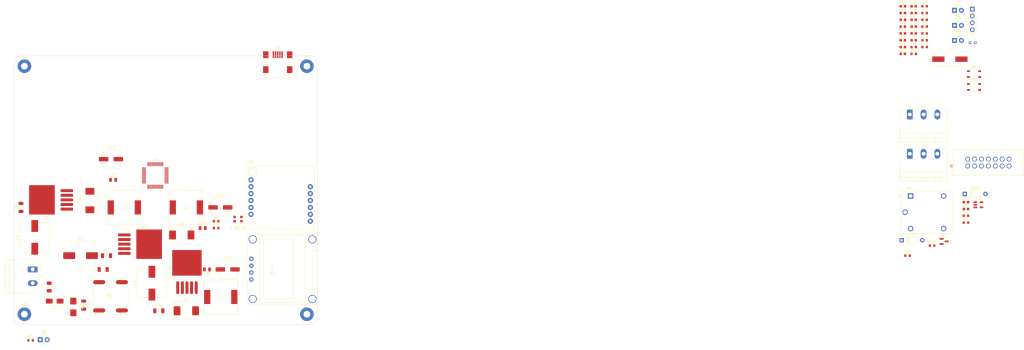
<source format=kicad_pcb>
(kicad_pcb (version 20221018) (generator pcbnew)
  (title_block (title "2023 Staj Projesi") (date "2023-07-31") (rev "1.0") (company "Hidro Elektronik") (comment 1 "Mehmet Emre SAYGI(2019513057@ogr.cu.edu.tr)") (comment 2 "Yilmaz Can DURAN(duranyilmazcan@gmail.com)") (comment 3 "Asli VEZIR(vezirasli@gmail.com)"))
  (layers (0 "F.Cu" signal) (31 "B.Cu" signal) (34 "B.Paste" user) (35 "F.Paste" user) (36 "B.SilkS" user "B.Silkscreen") (37 "F.SilkS" user "F.Silkscreen") (38 "B.Mask" user) (39 "F.Mask" user) (44 "Edge.Cuts" user))
  (net 0 "")
  (net 1 "GND")
  (net 2 "+5V")
  (net 3 "/LCD/SCL")
  (net 4 "/LCD/SDA")
  (net 5 "Net-(D1-K)")
  (net 6 "/Power/+12V")
  (net 7 "Net-(D4-A)")
  (net 8 "Net-(D5-A)")
  (net 9 "Net-(D6-A)")
  (net 10 "+3V8")
  (net 11 "+3V3")
  (net 12 "Net-(U2-FB)")
  (net 13 "/MCU/RCC_OSC_IN")
  (net 14 "/MCU/RCC_OSC_OUT")
  (net 15 "+3.3VA")
  (net 16 "/MCU/NRST")
  (net 17 "/MCU/BTN_ACT")
  (net 18 "Net-(C25-Pad2)")
  (net 19 "/MCU/VBAT")
  (net 20 "/MCU/BTN_DEACT")
  (net 21 "Net-(C27-Pad2)")
  (net 22 "/ADC/SENSOR")
  (net 23 "Net-(D1-A)")
  (net 24 "Net-(D3-K)")
  (net 25 "Net-(D4-K)")
  (net 26 "Net-(D5-K)")
  (net 27 "Net-(D6-K)")
  (net 28 "Net-(D7-K)")
  (net 29 "/MCU/LED_ACT")
  (net 30 "Net-(D8-K)")
  (net 31 "/MCU/LED_DEACT")
  (net 32 "Net-(D9-K)")
  (net 33 "/MCU/LED_ERR")
  (net 34 "Net-(D11-A)")
  (net 35 "/Power/VCC")
  (net 36 "/RELAY/RLNO")
  (net 37 "/RELAY/RLIN")
  (net 38 "/RELAY/RLNC")
  (net 39 "/MCU/SWDIO")
  (net 40 "/MCU/SWCLK")
  (net 42 "/MCU/USB_D-")
  (net 43 "/MCU/USB_D+")
  (net 45 "Net-(Q1-B)")
  (net 46 "/MCU/BOOT")
  (net 47 "Net-(R13-Pad2)")
  (net 48 "/MCU/RELAY")
  (net 50 "/MCU/RCC_OSC32_IN")
  (net 51 "/MCU/RCC_OSC32_OUT")
  (net 52 "/ADC/ADC")
  (net 53 "/MCU/PA1")
  (net 54 "/MCU/USART2_TX")
  (net 55 "/MCU/USART2_RX")
  (net 56 "/MCU/PA4")
  (net 57 "/MCU/SPI1_SCK")
  (net 58 "/MCU/SPI1_MISO")
  (net 59 "/MCU/SPI1_MOSI")
  (net 61 "/MCU/I2C2_SCL")
  (net 62 "/MCU/I2C2_SDA")
  (net 65 "/GSM/RXD")
  (net 66 "/GSM/TXD")
  (footprint "Capacitor_SMD:C_0603_1608Metric" (layer "F.Cu") (at 414.41 94.5875)
    (fp_text reference "C30" (at 0 -1.43) (layer "F.SilkS"))
    (fp_text value "10nF")
    (pad "1" smd roundrect (at -0.775 0) (size 0.9 0.95) (layers "F.Cu" "F.Paste" "F.Mask") (net 22 "/ADC/SENSOR"))
    (pad "2" smd roundrect (at 0.775 0) (size 0.9 0.95) (layers "F.Cu" "F.Paste" "F.Mask") (net 1 "GND"))
  )
  (footprint "Connector_PinHeader_2.54mm:PinHeader_1x04_P2.54mm_Vertical" (layer "F.Cu") (at 416.74 23.4175)
    (fp_text reference "J4" (at 0 -2.33) (layer "F.SilkS"))
    (fp_text value "SW")
    (pad "1" thru_hole rect (at 0 0) (size 1.7 1.7) (drill 1) (layers "*.Cu" "*.Mask") (net 11 "+3V3"))
    (pad "2" thru_hole oval (at 0 2.54) (size 1.7 1.7) (drill 1) (layers "*.Cu" "*.Mask") (net 1 "GND"))
    (pad "3" thru_hole oval (at 0 5.08) (size 1.7 1.7) (drill 1) (layers "*.Cu" "*.Mask") (net 39 "/MCU/SWDIO"))
    (pad "4" thru_hole oval (at 0 7.62) (size 1.7 1.7) (drill 1) (layers "*.Cu" "*.Mask") (net 40 "/MCU/SWCLK"))
  )
  (footprint "Package_TO_SOT_SMD:TO-263-5_TabPin3" (layer "F.Cu") (at 127.235 118.455 90)
    (fp_text reference "U1" (at 0 -6.65 90) (layer "F.SilkS"))
    (fp_text value "LM2596S-5")
    (pad "1" smd roundrect (at -7.65 -3.4 90) (size 4.6 1.1) (layers "F.Cu" "F.Paste" "F.Mask") (roundrect_rratio 0.227273) (net 6 "/Power/+12V"))
    (pad "2" smd roundrect (at -7.65 -1.7 90) (size 4.6 1.1) (layers "F.Cu" "F.Paste" "F.Mask") (roundrect_rratio 0.227273) (net 25 "Net-(D4-K)"))
    (pad "3" smd roundrect (at -7.65 0 90) (size 4.6 1.1) (layers "F.Cu" "F.Paste" "F.Mask") (roundrect_rratio 0.227273) (net 7 "Net-(D4-A)"))
    (pad "3" smd roundrect (at -0.925 -2.775 90) (size 4.55 5.25) (layers "F.Cu" "F.Paste") (roundrect_rratio 0.054945) (net 7 "Net-(D4-A)"))
    (pad "3" smd roundrect (at -0.925 2.775 90) (size 4.55 5.25) (layers "F.Cu" "F.Paste") (roundrect_rratio 0.054945) (net 7 "Net-(D4-A)"))
    (pad "3" smd roundrect (at 1.5 0 90) (size 9.4 10.8) (layers "F.Cu" "F.Mask") (roundrect_rratio 0.026596) (net 7 "Net-(D4-A)"))
    (pad "3" smd roundrect (at 3.925 -2.775 90) (size 4.55 5.25) (layers "F.Cu" "F.Paste") (roundrect_rratio 0.054945) (net 7 "Net-(D4-A)"))
    (pad "3" smd roundrect (at 3.925 2.775 90) (size 4.55 5.25) (layers "F.Cu" "F.Paste") (roundrect_rratio 0.054945) (net 7 "Net-(D4-A)"))
    (pad "4" smd roundrect (at -7.65 1.7 90) (size 4.6 1.1) (layers "F.Cu" "F.Paste" "F.Mask") (roundrect_rratio 0.227273) (net 2 "+5V"))
    (pad "5" smd roundrect (at -7.65 3.4 90) (size 4.6 1.1) (layers "F.Cu" "F.Paste" "F.Mask") (roundrect_rratio 0.227273) (net 7 "Net-(D4-A)"))
  )
  (footprint "Capacitor_SMD:C_1206_3216Metric" (layer "F.Cu") (at 97.585 114.3)
    (fp_text reference "C7" (at 0 -1.85) (layer "F.SilkS"))
    (fp_text value "470nF/100V")
    (pad "1" smd roundrect (at -1.475 0) (size 1.15 1.8) (layers "F.Cu" "F.Paste" "F.Mask") (roundrect_rratio 0.217391) (net 6 "/Power/+12V"))
    (pad "2" smd roundrect (at 1.475 0) (size 1.15 1.8) (layers "F.Cu" "F.Paste" "F.Mask") (roundrect_rratio 0.217391) (net 8 "Net-(D5-A)"))
  )
  (footprint "Capacitor_SMD:CP_Elec_6.3x7.7" (layer "F.Cu") (at 142.24 119.38)
    (fp_text reference "C12" (at 0 -4.35) (layer "F.SilkS"))
    (fp_text value "100uF/20V")
    (pad "1" smd roundrect (at -2.7 0) (size 3.5 1.6) (layers "F.Cu" "F.Paste" "F.Mask") (roundrect_rratio 0.15625) (net 2 "+5V"))
    (pad "2" smd roundrect (at 2.7 0) (size 3.5 1.6) (layers "F.Cu" "F.Paste" "F.Mask") (roundrect_rratio 0.15625) (net 7 "Net-(D4-A)"))
  )
  (footprint "Capacitor_SMD:C_0603_1608Metric" (layer "F.Cu") (at 391.14 39.9175)
    (fp_text reference "C22" (at 0 -1.43) (layer "F.SilkS"))
    (fp_text value "100nF")
    (pad "1" smd roundrect (at -0.775 0) (size 0.9 0.95) (layers "F.Cu" "F.Paste" "F.Mask") (net 11 "+3V3"))
    (pad "2" smd roundrect (at 0.775 0) (size 0.9 0.95) (layers "F.Cu" "F.Paste" "F.Mask") (net 1 "GND"))
  )
  (footprint "Resistor_SMD:R_0603_1608Metric" (layer "F.Cu") (at 399.16 22.3475)
    (fp_text reference "R6" (at 0 -1.43) (layer "F.SilkS"))
    (fp_text value "4K7")
    (pad "1" smd roundrect (at -0.825 0) (size 0.8 0.95) (layers "F.Cu" "F.Paste" "F.Mask") (net 11 "+3V3"))
    (pad "2" smd roundrect (at 0.825 0) (size 0.8 0.95) (layers "F.Cu" "F.Paste" "F.Mask") (net 17 "/MCU/BTN_ACT"))
  )
  (footprint "Capacitor_SMD:C_0603_1608Metric" (layer "F.Cu") (at 391.14 34.8975)
    (fp_text reference "C20" (at 0 -1.43) (layer "F.SilkS"))
    (fp_text value "1uF")
    (pad "1" smd roundrect (at -0.775 0) (size 0.9 0.95) (layers "F.Cu" "F.Paste" "F.Mask") (net 15 "+3.3VA"))
    (pad "2" smd roundrect (at 0.775 0) (size 0.9 0.95) (layers "F.Cu" "F.Paste" "F.Mask") (net 1 "GND"))
  )
  (footprint "Diode_SMD:D_SMB" (layer "F.Cu") (at 85.344 133.214 -90)
    (fp_text reference "D2" (at 0 -3 90) (layer "F.SilkS"))
    (fp_text value "SMBJ28A")
    (pad "1" smd roundrect (at -2.15 0 270) (size 2.5 2.3) (layers "F.Cu" "F.Paste" "F.Mask") (roundrect_rratio 0.1086956522) (net 5 "Net-(D1-K)"))
    (pad "2" smd roundrect (at 2.15 0 270) (size 2.5 2.3) (layers "F.Cu" "F.Paste" "F.Mask") (roundrect_rratio 0.1086956522) (net 1 "GND"))
  )
  (footprint "Capacitor_SMD:C_0603_1608Metric" (layer "F.Cu") (at 391.14 37.4075)
    (fp_text reference "C21" (at 0 -1.43) (layer "F.SilkS"))
    (fp_text value "100nF")
    (pad "1" smd roundrect (at -0.775 0) (size 0.9 0.95) (layers "F.Cu" "F.Paste" "F.Mask") (net 16 "/MCU/NRST"))
    (pad "2" smd roundrect (at 0.775 0) (size 0.9 0.95) (layers "F.Cu" "F.Paste" "F.Mask") (net 1 "GND"))
  )
  (footprint "Capacitor_SMD:C_1206_3216Metric" (layer "F.Cu") (at 96.345 119.38)
    (fp_text reference "C2" (at 0 -1.85) (layer "F.SilkS"))
    (fp_text value "CL31B104KBCNFNC")
    (pad "1" smd roundrect (at -1.475 0) (size 1.15 1.8) (layers "F.Cu" "F.Paste" "F.Mask") (roundrect_rratio 0.217391) (net 6 "/Power/+12V"))
    (pad "2" smd roundrect (at 1.475 0) (size 1.15 1.8) (layers "F.Cu" "F.Paste" "F.Mask") (roundrect_rratio 0.217391) (net 1 "GND"))
  )
  (footprint "Fuse:Fuse_1206_3216Metric" (layer "F.Cu") (at 76.454 125.86 -90)
    (fp_text reference "F1" (at 0 -1.82 90) (layer "F.SilkS"))
    (fp_text value "Fuse")
    (pad "1" smd roundrect (at -1.4 0 270) (size 1.25 1.75) (layers "F.Cu" "F.Paste" "F.Mask") (roundrect_rratio 0.2) (net 35 "/Power/VCC"))
    (pad "2" smd roundrect (at 1.4 0 270) (size 1.25 1.75) (layers "F.Cu" "F.Paste" "F.Mask") (roundrect_rratio 0.2) (net 23 "Net-(D1-A)"))
  )
  (footprint "Capacitor_SMD:C_0603_1608Metric" (layer "F.Cu") (at 395.15 29.8775)
    (fp_text reference "C26" (at 0 -1.43) (layer "F.SilkS"))
    (fp_text value "1uF/10V")
    (pad "1" smd roundrect (at -0.775 0) (size 0.9 0.95) (layers "F.Cu" "F.Paste" "F.Mask") (net 19 "/MCU/VBAT"))
    (pad "2" smd roundrect (at 0.775 0) (size 0.9 0.95) (layers "F.Cu" "F.Paste" "F.Mask") (net 1 "GND"))
  )
  (footprint "Resistor_SMD:R_0603_1608Metric" (layer "F.Cu") (at 395.15 37.4075)
    (fp_text reference "R4" (at 0 -1.43) (layer "F.SilkS"))
    (fp_text value "10K")
    (pad "1" smd roundrect (at -0.825 0) (size 0.8 0.95) (layers "F.Cu" "F.Paste" "F.Mask") (net 16 "/MCU/NRST"))
    (pad "2" smd roundrect (at 0.825 0) (size 0.8 0.95) (layers "F.Cu" "F.Paste" "F.Mask") (net 11 "+3V3"))
  )
  (footprint "Capacitor_SMD:C_0603_1608Metric" (layer "F.Cu") (at 391.14 32.3875)
    (fp_text reference "C19" (at 0 -1.43) (layer "F.SilkS"))
    (fp_text value "100nF")
    (pad "1" smd roundrect (at -0.775 0) (size 0.9 0.95) (layers "F.Cu" "F.Paste" "F.Mask") (net 11 "+3V3"))
    (pad "2" smd roundrect (at 0.775 0) (size 0.9 0.95) (layers "F.Cu" "F.Paste" "F.Mask") (net 1 "GND"))
  )
  (footprint "Capacitor_SMD:C_0603_1608Metric" (layer "F.Cu") (at 395.15 24.8575)
    (fp_text reference "C24" (at 0 -1.43) (layer "F.SilkS"))
    (fp_text value "100nF")
    (pad "1" smd roundrect (at -0.775 0) (size 0.9 0.95) (layers "F.Cu" "F.Paste" "F.Mask") (net 11 "+3V3"))
    (pad "2" smd roundrect (at 0.775 0) (size 0.9 0.95) (layers "F.Cu" "F.Paste" "F.Mask") (net 1 "GND"))
  )
  (footprint "Diode_SMD:D_SMC" (layer "F.Cu") (at 127 134.62)
    (fp_text reference "D4" (at 0 -4.1) (layer "F.SilkS"))
    (fp_text value "SK56")
    (pad "1" smd roundrect (at -3.4 0 90) (size 3.3 2.5) (layers "F.Cu" "F.Paste" "F.Mask") (roundrect_rratio 0.1) (net 25 "Net-(D4-K)"))
    (pad "2" smd roundrect (at 3.4 0 90) (size 3.3 2.5) (layers "F.Cu" "F.Paste" "F.Mask") (roundrect_rratio 0.1) (net 7 "Net-(D4-A)"))
  )
  (footprint "LED_THT:LED_D3.0mm" (layer "F.Cu") (at 73.152 145.288)
    (fp_text reference "D3" (at 1.27 -2.96) (layer "F.SilkS"))
    (fp_text value "LED_PWR")
    (pad "1" thru_hole rect (at 0 0) (size 1.8 1.8) (drill 0.9) (layers "*.Cu" "*.Mask") (net 24 "Net-(D3-K)"))
    (pad "2" thru_hole circle (at 2.54 0) (size 1.8 1.8) (drill 0.9) (layers "*.Cu" "*.Mask") (net 6 "/Power/+12V"))
  )
  (footprint "MountingHole:MountingHole_2.5mm_Pad" (layer "F.Cu") (at 171.45 135.89)
    (fp_text reference "H3" (at 0 -3.5) (layer "F.SilkS"))
    (fp_text value "MountingHole")
    (pad "1" thru_hole circle locked (at 0 0) (size 5 5) (drill 2.5) (layers "*.Cu" "*.Mask"))
  )
  (footprint "Resistor_SMD:R_0603_1608Metric" (layer "F.Cu") (at 401.91 110.5975)
    (fp_text reference "R16" (at 0 -1.43) (layer "F.SilkS"))
    (fp_text value "47K")
    (pad "1" smd roundrect (at -0.825 0) (size 0.8 0.95) (layers "F.Cu" "F.Paste" "F.Mask") (net 45 "Net-(Q1-B)"))
    (pad "2" smd roundrect (at 0.825 0) (size 0.8 0.95) (layers "F.Cu" "F.Paste" "F.Mask") (net 1 "GND"))
  )
  (footprint "MountingHole:MountingHole_2.5mm_Pad" (layer "F.Cu") (at 67.31 135.89)
    (fp_text reference "H2" (at 0 -3.5) (layer "F.SilkS"))
    (fp_text value "MountingHole")
    (pad "1" thru_hole circle locked (at 0 0) (size 5 5) (drill 2.5) (layers "*.Cu" "*.Mask"))
  )
  (footprint "Resistor_SMD:R_0603_1608Metric" (layer "F.Cu") (at 414.41 102.1175)
    (fp_text reference "R14" (at 0 -1.43) (layer "F.SilkS"))
    (fp_text value "15R")
    (pad "1" smd roundrect (at -0.825 0) (size 0.8 0.95) (layers "F.Cu" "F.Paste" "F.Mask") (net 47 "Net-(R13-Pad2)"))
    (pad "2" smd roundrect (at 0.825 0) (size 0.8 0.95) (layers "F.Cu" "F.Paste" "F.Mask") (net 1 "GND"))
  )
  (footprint "LED_THT:LED_D3.0mm" (layer "F.Cu") (at 410.19 29.4175)
    (fp_text reference "D8" (at 1.27 -2.96) (layer "F.SilkS"))
    (fp_text value "LED_DEACT")
    (pad "1" thru_hole rect (at 0 0) (size 1.8 1.8) (drill 0.9) (layers "*.Cu" "*.Mask") (net 30 "Net-(D8-K)"))
    (pad "2" thru_hole circle (at 2.54 0) (size 1.8 1.8) (drill 0.9) (layers "*.Cu" "*.Mask") (net 31 "/MCU/LED_DEACT"))
  )
  (footprint "Capacitor_SMD:CP_Elec_6.3x7.7" (layer "F.Cu") (at 99.22 78.74)
    (fp_text reference "C13" (at 0 -4.35) (layer "F.SilkS"))
    (fp_text value "100uF/20V")
    (pad "1" smd roundrect (at -2.7 0) (size 3.5 1.6) (layers "F.Cu" "F.Paste" "F.Mask") (roundrect_rratio 0.15625) (net 11 "+3V3"))
    (pad "2" smd roundrect (at 2.7 0) (size 3.5 1.6) (layers "F.Cu" "F.Paste" "F.Mask") (roundrect_rratio 0.15625) (net 9 "Net-(D6-A)"))
  )
  (footprint "Connector_USB:USB_Mini-B_Wuerth_65100516121_Horizontal" (layer "F.Cu") (at 160.7 42.82)
    (fp_text reference "J5" (at 0 -5.25) (layer "F.SilkS"))
    (fp_text value "USB_B_Mini")
    (pad "" np_thru_hole circle (at -2.2 0) (size 0.9 0.9) (drill 0.9) (layers "*.Cu" "*.Mask"))
    (pad "" np_thru_hole circle (at 2.2 0) (size 0.9 0.9) (drill 0.9) (layers "*.Cu" "*.Mask"))
    (pad "1" smd rect (at -1.6 -2.6) (size 0.5 2.5) (layers "F.Cu" "F.Paste" "F.Mask"))
    (pad "2" smd rect (at -0.8 -2.6) (size 0.5 2.5) (layers "F.Cu" "F.Paste" "F.Mask") (net 42 "/MCU/USB_D-"))
    (pad "3" smd rect (at 0 -2.6) (size 0.5 2.5) (layers "F.Cu" "F.Paste" "F.Mask") (net 43 "/MCU/USB_D+"))
    (pad "4" smd rect (at 0.8 -2.6) (size 0.5 2.5) (layers "F.Cu" "F.Paste" "F.Mask"))
    (pad "5" smd rect (at 1.6 -2.6) (size 0.5 2.5) (layers "F.Cu" "F.Paste" "F.Mask") (net 1 "GND"))
    (pad "6" smd rect (at -4.4 -2.6) (size 2 2.5) (layers "F.Cu" "F.Paste" "F.Mask") (net 1 "GND"))
    (pad "6" smd rect (at -4.4 2.9) (size 2 2.5) (layers "F.Cu" "F.Paste" "F.Mask") (net 1 "GND"))
    (pad "6" smd rect (at 4.4 -2.6) (size 2 2.5) (layers "F.Cu" "F.Paste" "F.Mask") (net 1 "GND"))
    (pad "6" smd rect (at 4.4 2.9) (size 2 2.5) (layers "F.Cu" "F.Paste" "F.Mask") (net 1 "GND"))
  )
  (footprint "Diode_SMD:D_SMC" (layer "F.Cu") (at 125.32 106.68)
    (fp_text reference "D5" (at 0 -4.1) (layer "F.SilkS"))
    (fp_text value "SK56")
    (pad "1" smd roundrect (at -3.4 0 90) (size 3.3 2.5) (layers "F.Cu" "F.Paste" "F.Mask") (roundrect_rratio 0.1) (net 26 "Net-(D5-K)"))
    (pad "2" smd roundrect (at 3.4 0 90) (size 3.3 2.5) (layers "F.Cu" "F.Paste" "F.Mask") (roundrect_rratio 0.1) (net 8 "Net-(D5-A)"))
  )
  (footprint "Resistor_SMD:R_0603_1608Metric" (layer "F.Cu") (at 399.16 27.3675)
    (fp_text reference "R8" (at 0 -1.43) (layer "F.SilkS"))
    (fp_text value "470R")
    (pad "1" smd roundrect (at -0.825 0) (size 0.8 0.95) (layers "F.Cu" "F.Paste" "F.Mask") (net 30 "Net-(D8-K)"))
    (pad "2" smd roundrect (at 0.825 0) (size 0.8 0.95) (layers "F.Cu" "F.Paste" "F.Mask") (net 1 "GND"))
  )
  (footprint "Capacitor_SMD:CP_Elec_10x10.5" (layer "F.Cu") (at 71.12 107.56 90)
    (fp_text reference "C5" (at 0 -6.3 90) (layer "F.SilkS"))
    (fp_text value "100uF/63V")
    (pad "1" smd roundrect (at -4.2 0 90) (size 4.4 2.5) (layers "F.Cu" "F.Paste" "F.Mask") (roundrect_rratio 0.1) (net 6 "/Power/+12V"))
    (pad "2" smd roundrect (at 4.2 0 90) (size 4.4 2.5) (layers "F.Cu" "F.Paste" "F.Mask") (roundrect_rratio 0.1) (net 9 "Net-(D6-A)"))
  )
  (footprint "MountingHole:MountingHole_2.5mm_Pad" (layer "F.Cu") (at 171.45 44.45)
    (fp_text reference "H4" (at 0 -3.5) (layer "F.SilkS"))
    (fp_text value "MountingHole")
    (pad "1" thru_hole circle locked (at 0 0) (size 5 5) (drill 2.5) (layers "*.Cu" "*.Mask"))
  )
  (footprint "Diode_THT:D_DO-35_SOD27_P7.62mm_Horizontal" (layer "F.Cu") (at 390.71 108.6075)
    (fp_text reference "D11" (at 3.81 -2.12) (layer "F.SilkS"))
    (fp_text value "1N4148")
    (fp_text user "K" (at 0 -1.8) (layer "F.SilkS"))
    (pad "1" thru_hole rect (at 0 0) (size 1.6 1.6) (drill 0.8) (layers "*.Cu" "*.Mask") (net 2 "+5V"))
    (pad "2" thru_hole oval (at 7.62 0) (size 1.6 1.6) (drill 0.8) (layers "*.Cu" "*.Mask") (net 34 "Net-(D11-A)"))
  )
  (footprint "Button_Switch_SMD:SW_Push_1P1T_NO_Vertical_Wuerth_434133025816" (layer "F.Cu") (at 417.39 52.1175)
    (fp_text reference "SW2" (at 0.15 -2.6) (layer "F.SilkS"))
    (fp_text value "BTN_DEACT")
    (pad "1" smd rect (at -2.075 -1.075) (size 1.05 0.65) (layers "F.Cu" "F.Paste" "F.Mask") (net 1 "GND"))
    (pad "1" smd rect (at 2.075 -1.075) (size 1.05 0.65) (layers "F.Cu" "F.Paste" "F.Mask") (net 1 "GND"))
    (pad "2" smd rect (at -2.075 1.075) (size 1.05 0.65) (layers "F.Cu" "F.Paste" "F.Mask") (net 20 "/MCU/BTN_DEACT"))
    (pad "2" smd rect (at 2.05 1.075) (size 1.05 0.65) (layers "F.Cu" "F.Paste" "F.Mask") (net 20 "/MCU/BTN_DEACT"))
  )
  (footprint "Capacitor_SMD:C_0805_2012Metric" (layer "F.Cu") (at 134.62 119.38 180)
    (fp_text reference "C9" (at 0 -1.68) (layer "F.SilkS"))
    (fp_text value "100nF/20V")
    (pad "1" smd roundrect (at -0.95 0 180) (size 1 1.45) (layers "F.Cu" "F.Paste" "F.Mask") (net 2 "+5V"))
    (pad "2" smd roundrect (at 0.95 0 180) (size 1 1.45) (layers "F.Cu" "F.Paste" "F.Mask") (net 7 "Net-(D4-A)"))
  )
  (footprint "Resistor_SMD:R_0603_1608Metric" (layer "F.Cu") (at 399.16 29.8775)
    (fp_text reference "R9" (at 0 -1.43) (layer "F.SilkS"))
    (fp_text value "100K")
    (pad "1" smd roundrect (at -0.825 0) (size 0.8 0.95) (layers "F.Cu" "F.Paste" "F.Mask") (net 46 "/MCU/BOOT"))
    (pad "2" smd roundrect (at 0.825 0) (size 0.8 0.95) (layers "F.Cu" "F.Paste" "F.Mask") (net 1 "GND"))
  )
  (footprint "Capacitor_SMD:CP_Elec_10x10.5" (layer "F.Cu") (at 114.3 124.46 90)
    (fp_text reference "C3" (at 0 -6.3 90) (layer "F.SilkS"))
    (fp_text value "100uF/63V")
    (pad "1" smd roundrect (at -4.2 0 90) (size 4.4 2.5) (layers "F.Cu" "F.Paste" "F.Mask") (roundrect_rratio 0.1) (net 6 "/Power/+12V"))
    (pad "2" smd roundrect (at 4.2 0 90) (size 4.4 2.5) (layers "F.Cu" "F.Paste" "F.Mask") (roundrect_rratio 0.1) (net 7 "Net-(D4-A)"))
  )
  (footprint "Package_TO_SOT_SMD:SOT-23" (layer "F.Cu") (at 406.36 109.0575)
    (fp_text reference "Q1" (at 0 -2.4) (layer "F.SilkS"))
    (fp_text value "BC847")
    (pad "1" smd roundrect (at -0.9375 -0.95) (size 1.475 0.6) (layers "F.Cu" "F.Paste" "F.Mask") (net 45 "Net-(Q1-B)"))
    (pad "2" smd roundrect (at -0.9375 0.95) (size 1.475 0.6) (layers "F.Cu" "F.Paste" "F.Mask") (net 1 "GND"))
    (pad "3" smd roundrect (at 0.9375 0) (size 1.475 0.6) (layers "F.Cu" "F.Paste" "F.Mask") (net 34 "Net-(D11-A)"))
  )
  (footprint "Capacitor_SMD:C_1206_3216Metric" (layer "F.Cu") (at 116.84 134.62)
    (fp_text reference "C6" (at 0 -1.85) (layer "F.SilkS"))
    (fp_text value "470nF/100V")
    (pad "1" smd roundrect (at -1.475 0) (size 1.15 1.8) (layers "F.Cu" "F.Paste" "F.Mask") (roundrect_rratio 0.217391) (net 6 "/Power/+12V"))
    (pad "2" smd roundrect (at 1.475 0) (size 1.15 1.8) (layers "F.Cu" "F.Paste" "F.Mask") (roundrect_rratio 0.217391) (net 7 "Net-(D4-A)"))
  )
  (footprint "Capacitor_SMD:C_0603_1608Metric" (layer "F.Cu") (at 391.14 29.8775)
    (fp_text reference "C18" (at 0 -1.43) (layer "F.SilkS"))
    (fp_text value "20pF")
    (pad "1" smd roundrect (at -0.775 0) (size 0.9 0.95) (layers "F.Cu" "F.Paste" "F.Mask") (net 1 "GND"))
    (pad "2" smd roundrect (at 0.775 0) (size 0.9 0.95) (layers "F.Cu" "F.Paste" "F.Mask") (net 14 "/MCU/RCC_OSC_OUT"))
  )
  (footprint "Capacitor_SMD:C_0805_2012Metric" (layer "F.Cu") (at 100.01 86.36)
    (fp_text reference "C11" (at 0 -1.68) (layer "F.SilkS"))
    (fp_text value "100nF/20V")
    (pad "1" smd roundrect (at -0.95 0) (size 1 1.45) (layers "F.Cu" "F.Paste" "F.Mask") (net 11 "+3V3"))
    (pad "2" smd roundrect (at 0.95 0) (size 1 1.45) (layers "F.Cu" "F.Paste" "F.Mask") (net 9 "Net-(D6-A)"))
  )
  (footprint "2023Staj:IND_1280-WE-PD_WRE" (layer "F.Cu") (at 139.7 129.54)
    (fp_text reference "L1" (at 0 0 unlocked) (layer "F.SilkS"))
    (fp_text value "74477020")
    (pad "1" smd rect (at -4.9911 0) (size 2.3114 5.207) (layers "F.Cu" "F.Paste" "F.Mask") (net 2 "+5V"))
    (pad "2" smd rect (at 4.9911 0) (size 2.3114 5.207) (layers "F.Cu" "F.Paste" "F.Mask") (net 25 "Net-(D4-K)"))
  )
  (footprint "Capacitor_SMD:C_0603_1608Metric" (layer "F.Cu") (at 391.14 24.8575)
    (fp_text reference "C16" (at 0 -1.43) (layer "F.SilkS"))
    (fp_text value "10uF")
    (pad "1" smd roundrect (at -0.775 0) (size 0.9 0.95) (layers "F.Cu" "F.Paste" "F.Mask") (net 11 "+3V3"))
    (pad "2" smd roundrect (at 0.775 0) (size 0.9 0.95) (layers "F.Cu" "F.Paste" "F.Mask") (net 1 "GND"))
  )
  (footprint "Capacitor_SMD:C_1206_3216Metric" (layer "F.Cu") (at 66.04 96.52 90)
    (fp_text reference "C8" (at 0 -1.85 90) (layer "F.SilkS"))
    (fp_text value "470nF/100V")
    (pad "1" smd roundrect (at -1.475 0 90) (size 1.15 1.8) (layers "F.Cu" "F.Paste" "F.Mask") (roundrect_rratio 0.217391) (net 6 "/Power/+12V"))
    (pad "2" smd roundrect (at 1.475 0 90) (size 1.15 1.8) (layers "F.Cu" "F.Paste" "F.Mask") (roundrect_rratio 0.217391) (net 9 "Net-(D6-A)"))
  )
  (footprint "2023Staj:CONN14_1421621_WRE" (layer "F.Cu") (at 415.0475 81.2675)
    (fp_text reference "J6" (at 7.62 -1.27 unlocked) (layer "F.SilkS"))
    (fp_text value "EXT")
    (pad "1" thru_hole circle (at 0 0) (size 1.7526 1.7526) (drill 1.2446) (layers "*.Cu" "*.Mask") (net 11 "+3V3"))
    (pad "2" thru_hole circle (at 0 -2.54) (size 1.7526 1.7526) (drill 1.2446) (layers "*.Cu" "*.Mask") (net 2 "+5V"))
    (pad "3" thru_hole circle (at 2.54 0) (size 1.7526 1.7526) (drill 1.2446) (layers "*.Cu" "*.Mask") (net 53 "/MCU/PA1"))
    (pad "4" thru_hole circle (at 2.54 -2.54) (size 1.7526 1.7526) (drill 1.2446) (layers "*.Cu" "*.Mask") (net 57 "/MCU/SPI1_SCK"))
    (pad "5" thru_hole circle (at 5.08 0) (size 1.7526 1.7526) (drill 1.2446) (layers "*.Cu" "*.Mask") (net 54 "/MCU/USART2_TX"))
    (pad "6" thru_hole circle (at 5.08 -2.54) (size 1.7526 1.7526) (drill 1.2446) (layers "*.Cu" "*.Mask") (net 58 "/MCU/SPI1_MISO"))
    (pad "7" thru_hole circle (at 7.62 0) (size 1.7526 1.7526) (drill 1.2446) (layers "*.Cu" "*.Mask") (net 55 "/MCU/USART2_RX"))
    (pad "8" thru_hole circle (at 7.62 -2.54) (size 1.7526 1.7526) (drill 1.2446) (layers "*.Cu" "*.Mask") (net 59 "/MCU/SPI1_MOSI"))
    (pad "9" thru_hole circle (at 10.16 0) (size 1.7526 1.7526) (drill 1.2446) (layers "*.Cu" "*.Mask") (net 1 "GND"))
    (pad "10" thru_hole circle (at 10.16 -2.54) (size 1.7526 1.7526) (drill 1.2446) (layers "*.Cu" "*.Mask") (net 61 "/MCU/I2C2_SCL"))
    (pad "11" thru_hole circle (at 12.7 0) (size 1.7526 1.7526) (drill 1.2446) (layers "*.Cu" "*.Mask") (net 56 "/MCU/PA4"))
    (pad "12" thru_hole circle (at 12.7 -2.54) (size 1.7526 1.7526) (drill 1.2446) (layers "*.Cu" "*.Mask") (net 62 "/MCU/I2C2_SDA"))
    (pad "13" thru_hole circle (at 15.24 0) (size 1.7526 1.7526) (drill 1.2446) (layers "*.Cu" "*.Mask") (net 1 "GND"))
    (pad "14" thru_hole circle (at 15.24 -2.54) (size 1.7526 1.7526) (drill 1.2446) (layers "*.Cu" "*.Mask") (net 1 "GND"))
  )
  (footprint "Diode_SMD:D_SMA" (layer "F.Cu") (at 78.454 131.064 180)
    (fp_text reference "D1" (at 0 -2.5) (layer "F.SilkS"))
    (fp_text value "SBR3A40SAQ")
    (pad "1" smd roundrect (at -2 0 180) (size 2.5 1.8) (layers "F.Cu" "F.Paste" "F.Mask") (roundrect_rratio 0.1388888889) (net 5 "Net-(D1-K)"))
    (pad "2" smd roundrect (at 2 0 180) (size 2.5 1.8) (layers "F.Cu" "F.Paste" "F.Mask") (roundrect_rratio 0.1388888889) (net 23 "Net-(D1-A)"))
  )
  (footprint "Crystal:Crystal_SMD_HC49-SD" (layer "F.Cu") (at 408.49 41.8675)
    (fp_text reference "Y2" (at 0 -3.55) (layer "F.SilkS"))
    (fp_text value "8MHz")
    (pad "1" smd rect (at -4.25 0) (size 4.5 2) (layers "F.Cu" "F.Paste" "F.Mask") (net 14 "/MCU/RCC_OSC_OUT"))
    (pad "2" smd rect (at 4.25 0) (size 4.5 2) (layers "F.Cu" "F.Paste" "F.Mask") (net 13 "/MCU/RCC_OSC_IN"))
  )
  (footprint "LED_THT:LED_D3.0mm" (layer "F.Cu") (at 410.19 23.8675)
    (fp_text reference "D7" (at 1.27 -2.96) (layer "F.SilkS"))
    (fp_text value "LED_ACT")
    (pad "1" thru_hole rect (at 0 0) (size 1.8 1.8) (drill 0.9) (layers "*.Cu" "*.Mask") (net 28 "Net-(D7-K)"))
    (pad "2" thru_hole circle (at 2.54 0) (size 1.8 1.8) (drill 0.9) (layers "*.Cu" "*.Mask") (net 29 "/MCU/LED_ACT"))
  )
  (footprint "Resistor_SMD:R_0603_1608Metric" (layer "F.Cu") (at 399.16 24.8575)
    (fp_text reference "R7" (at 0 -1.43) (layer "F.SilkS"))
    (fp_text value "100R")
    (pad "1" smd roundrect (at -0.825 0) (size 0.8 0.95) (layers "F.Cu" "F.Paste" "F.Mask") (net 18 "Net-(C25-Pad2)"))
    (pad "2" smd roundrect (at 0.825 0) (size 0.8 0.95) (layers "F.Cu" "F.Paste" "F.Mask") (net 1 "GND"))
  )
  (footprint "Capacitor_SMD:C_0603_1608Metric" (layer "F.Cu") (at 395.15 32.3875)
    (fp_text reference "C27" (at 0 -1.43) (layer "F.SilkS"))
    (fp_text value "100nF")
    (pad "1" smd roundrect (at -0.775 0) (size 0.9 0.95) (layers "F.Cu" "F.Paste" "F.Mask") (net 20 "/MCU/BTN_DEACT"))
    (pad "2" smd roundrect (at 0.775 0) (size 0.9 0.95) (layers "F.Cu" "F.Paste" "F.Mask") (net 21 "Net-(C27-Pad2)"))
  )
  (footprint "Resistor_SMD:R_0603_1608Metric" (layer "F.Cu") (at 137.985 101.6)
    (fp_text reference "R2" (at 0 -1.43) (layer "F.SilkS"))
    (fp_text value "2K2 ")
    (pad "1" smd roundrect (at -0.825 0) (size 0.8 0.95) (layers "F.Cu" "F.Paste" "F.Mask") (net 10 "+3V8"))
    (pad "2" smd roundrect (at 0.825 0) (size 0.8 0.95) (layers "F.Cu" "F.Paste" "F.Mask") (net 12 "Net-(U2-FB)"))
  )
  (footprint "Resistor_SMD:R_0603_1608Metric" (layer "F.Cu") (at 414.41 99.6075)
    (fp_text reference "R13" (at 0 -1.43) (layer "F.SilkS"))
    (fp_text value "150R")
    (pad "1" smd roundrect (at -0.825 0) (size 0.8 0.95) (layers "F.Cu" "F.Paste" "F.Mask") (net 22 "/ADC/SENSOR"))
    (pad "2" smd roundrect (at 0.825 0) (size 0.8 0.95) (layers "F.Cu" "F.Paste" "F.Mask") (net 47 "Net-(R13-Pad2)"))
  )
  (footprint "Capacitor_SMD:C_0805_2012Metric" (layer "F.Cu") (at 133.03 104.14)
    (fp_text reference "C10" (at 0 -1.68) (layer "F.SilkS"))
    (fp_text value "100nF/20V")
    (pad "1" smd roundrect (at -0.95 0) (size 1 1.45) (layers "F.Cu" "F.Paste" "F.Mask") (net 10 "+3V8"))
    (pad "2" smd roundrect (at 0.95 0) (size 1 1.45) (layers "F.Cu" "F.Paste" "F.Mask") (net 8 "Net-(D5-A)"))
  )
  (footprint "2023Staj:RELAY_SRD-05VDC-SL-C" (layer "F.Cu") (at 400.085 98.3075)
    (fp_text reference "K1" (at -6.62563 -8.83584) (layer "F.SilkS") (effects (font (size 1.000094 1.000094))))
    (fp_text value "SRD-05VDC-SL-C")
    (pad "A1" thru_hole rect (at -6.1 -6) (size 1.98 1.98) (drill 1.32) (layers "*.Cu" "*.Mask") (net 2 "+5V"))
    (pad "A2" thru_hole circle (at -6.1 6) (size 1.98 1.98) (drill 1.32) (layers "*.Cu" "*.Mask") (net 34 "Net-(D11-A)"))
    (pad "COM" thru_hole circle (at -8.1 0) (size 1.935 1.935) (drill 1.29) (layers "*.Cu" "*.Mask") (net 37 "/RELAY/RLIN"))
    (pad "NC" thru_hole circle (at 6.1 -6) (size 1.98 1.98) (drill 1.32) (layers "*.Cu" "*.Mask") (net 38 "/RELAY/RLNC"))
    (pad "NO" thru_hole circle (at 6.1 6) (size 1.98 1.98) (drill 1.32) (layers "*.Cu" "*.Mask") (net 36 "/RELAY/RLNO"))
  )
  (footprint "2023Staj:SIM800L-CORE" (layer "F.Cu") (at 150.85 86.36)
    (fp_text reference "U5" (at 0 -6.5 unlocked) (layer "F.SilkS"))
    (fp_text value "SIM800L-CORE")
    (pad "1" thru_hole circle (at 0 0) (size 1.9 1.9) (drill 0.9) (layers "*.Cu" "*.Mask"))
    (pad "2" thru_hole circle (at 0 2.54) (size 1.9 1.9) (drill 0.9) (layers "*.Cu" "*.Mask") (net 10 "+3V8"))
    (pad "3" thru_hole circle (at 0 5.08) (size 1.9 1.9) (drill 0.9) (layers "*.Cu" "*.Mask"))
    (pad "4" thru_hole circle (at 0 7.62) (size 1.9 1.9) (drill 0.9) (layers "*.Cu" "*.Mask") (net 65 "/GSM/RXD"))
    (pad "5" thru_hole circle (at 0 10.16) (size 1.9 1.9) (drill 0.9) (layers "*.Cu" "*.Mask") (net 66 "/GSM/TXD"))
    (pad "6" thru_hole circle (at 0 12.7) (size 1.9 1.9) (drill 0.9) (layers "*.Cu" "*.Mask") (net 1 "GND"))
    (pad "7" thru_hole circle (at 21.87 15.24) (size 1.9 1.9) (drill 0.9) (layers "*.Cu" "*.Mask"))
    (pad "8" thru_hole circle (at 21.87 12.7) (size 1.9 1.9) (drill 0.9) (layers "*.Cu" "*.Mask"))
    (pad "9" thru_hole circle (at 21.87 10.16) (size 1.9 1.9) (drill 0.9) (layers "*.Cu" "*.Mask"))
    (pad "10" thru_hole circle (at 21.87 7.62) (size 1.9 1.9) (drill 0.9) (layers "*.Cu" "*.Mask"))
    (pad "11" thru_hole circle (at 21.87 5.08) (size 1.9 1.9) (drill 0.9) (layers "*.Cu" "*.Mask"))
    (pad "12" thru_hole circle (at 21.87 2.54) (size 1.9 1.9) (drill 0.9) (layers "*.Cu" "*.Mask"))
  )
  (footprint "Button_Switch_SMD:SW_Push_1P1T_NO_Vertical_Wuerth_434133025816" (layer "F.Cu") (at 417.39 47.3675)
    (fp_text reference "SW1" (at 0.15 -2.6) (layer "F.SilkS"))
    (fp_text value "BTN_ACT")
    (pad "1" smd rect (at -2.075 -1.075) (size 1.05 0.65) (layers "F.Cu" "F.Paste" "F.Mask") (net 1 "GND"))
    (pad "1" smd rect (at 2.075 -1.075) (size 1.05 0.65) (layers "F.Cu" "F.Paste" "F.Mask") (net 1 "GND"))
    (pad "2" smd rect (at -2.075 1.075) (size 1.05 0.65) (layers "F.Cu" "F.Paste" "F.Mask") (net 17 "/MCU/BTN_ACT"))
    (pad "2" smd rect (at 2.05 1.075) (size 1.05 0.65) (layers "F.Cu" "F.Paste" "F.Mask") (net 17 "/MCU/BTN_ACT"))
  )
  (footprint "Resistor_SMD:R_0603_1608Metric" (layer "F.Cu") (at 395.15 39.9175)
    (fp_text reference "R5" (at 0 -1.43) (layer "F.SilkS"))
    (fp_text value "470R")
    (pad "1" smd roundrect (at -0.825 0) (size 0.8 0.95) (layers "F.Cu" "F.Paste" "F.Mask") (net 28 "Net-(D7-K)"))
    (pad "2" smd roundrect (at 0.825 0) (size 0.8 0.95) (layers "F.Cu" "F.Paste" "F.Mask") (net 1 "GND"))
  )
  (footprint "Diode_THT:D_DO-35_SOD27_P7.62mm_Horizontal" (layer "F.Cu") (at 413.98 91.5575)
    (fp_text reference "D10" (at 3.81 -2.12) (layer "F.SilkS"))
    (fp_text value "SMBJ28A")
    (fp_text user "K" (at 0 -1.8) (layer "F.SilkS"))
    (pad "1" thru_hole rect (at 0 0) (size 1.6 1.6) (drill 0.8) (layers "*.Cu" "*.Mask") (net 22 "/ADC/SENSOR"))
    (pad "2" thru_hole oval (at 7.62 0) (size 1.6 1.6) (drill 0.8) (layers "*.Cu" "*.Mask") (net 1 "GND"))
  )
  (footprint "2023Staj:IND_1280-WE-PD_WRE" (layer "F.Cu") (at 127 96.52)
    (fp_text reference "L2" (at 0 0 unlocked) (layer "F.SilkS"))
    (fp_text value "74477020")
    (pad "1" smd rect (at -4.9911 0) (size 2.3114 5.207) (layers "F.Cu" "F.Paste" "F.Mask") (net 10 "+3V8"))
    (pad "2" smd rect (at 4.9911 0) (size 2.3114 5.207) (layers "F.Cu" "F.Paste" "F.Mask") (net 26 "Net-(D5-K)"))
  )
  (footprint "LED_THT:LED_D3.0mm" (layer "F.Cu") (at 410.19 34.9675)
    (fp_text reference "D9" (at 1.27 -2.96) (layer "F.SilkS"))
    (fp_text value "LED_ERR")
    (pad "1" thru_hole rect (at 0 0) (size 1.8 1.8) (drill 0.9) (layers "*.Cu" "*.Mask") (net 32 "Net-(D9-K)"))
    (pad "2" thru_hole circle (at 2.54 0) (size 1.8 1.8) (drill 0.9) (layers "*.Cu" "*.Mask") (net 33 "/MCU/LED_ERR"))
  )
  (footprint "Capacitor_SMD:C_0603_1608Metric" (layer "F.Cu") (at 414.41 97.0975)
    (fp_text reference "C31" (at 0 -1.43) (layer "F.SilkS"))
    (fp_text value "100nF")
    (pad "1" smd roundrect (at -0.775 0) (size 0.9 0.95) (layers "F.Cu" "F.Paste" "F.Mask") (net 11 "+3V3"))
    (pad "2" smd roundrect (at 0.775 0) (size 0.9 0.95) (layers "F.Cu" "F.Paste" "F.Mask") (net 1 "GND"))
  )
  (footprint "2023Staj:PA2748NL" (layer "F.Cu") (at 99.06 129.286)
    (fp_text reference "T1" (at -0.325 0) (layer "F.SilkS") (effects (font (size 1.27 1.27) (thickness 0.254))))
    (fp_text value "PA2748NL" hide)
    (pad "1" smd oval (at -4.19 -5.205 90) (size 1.52 4.45) (layers "F.Cu" "F.Paste" "F.Mask") (net 6 "/Power/+12V"))
    (pad "2" smd oval (at -4.19 5.205 90) (size 1.52 4.45) (layers "F.Cu" "F.Paste" "F.Mask") (net 1 "GND"))
    (pad "3" smd oval (at 4.19 -5.205 90) (size 1.52 4.45) (layers "F.Cu" "F.Paste" "F.Mask") (net 5 "Net-(D1-K)"))
    (pad "4" smd oval (at 4.19 5.205 90) (size 1.52 4.45) (layers "F.Cu" "F.Paste" "F.Mask") (net 1 "GND"))
  )
  (footprint "Capacitor_SMD:C_0603_1608Metric" (layer "F.Cu") (at 395.15 22.3475)
    (fp_text reference "C23" (at 0 -1.43) (layer "F.SilkS"))
    (fp_text value "10nF")
    (pad "1" smd roundrect (at -0.775 0) (size 0.9 0.95) (layers "F.Cu" "F.Paste" "F.Mask") (net 15 "+3.3VA"))
    (pad "2" smd roundrect (at 0.775 0) (size 0.9 0.95) (layers "F.Cu" "F.Paste" "F.Mask") (net 1 "GND"))
  )
  (footprint "Resistor_SMD:R_0603_1608Metric" (layer "F.Cu") (at 399.16 34.8975)
    (fp_text reference "R11" (at 0 -1.43) (layer "F.SilkS"))
    (fp_text value "100R")
    (pad "1" smd roundrect (at -0.825 0) (size 0.8 0.95) (layers "F.Cu" "F.Paste" "F.Mask") (net 21 "Net-(C27-Pad2)"))
    (pad "2" smd roundrect (at 0.825 0) (size 0.8 0.95) (layers "F.Cu" "F.Paste" "F.Mask") (net 1 "GND"))
  )
  (footprint "Diode_SMD:D_SMC" (layer "F.Cu") (at 91.44 93.98 90)
    (fp_text reference "D6" (at 0 -4.1 90) (layer "F.SilkS"))
    (fp_text value "SK56")
    (pad "1" smd roundrect (at -3.4 0 180) (size 3.3 2.5) (layers "F.Cu" "F.Paste" "F.Mask") (roundrect_rratio 0.1) (net 27 "Net-(D6-K)"))
    (pad "2" smd roundrect (at 3.4 0 180) (size 3.3 2.5) (layers "F.Cu" "F.Paste" "F.Mask") (roundrect_rratio 0.1) (net 9 "Net-(D6-A)"))
  )
  (footprint "Capacitor_SMD:C_0603_1608Metric" (layer "F.Cu") (at 391.14 22.3475)
    (fp_text reference "C15" (at 0 -1.43) (layer "F.SilkS"))
    (fp_text value "1uF")
    (pad "1" smd roundrect (at -0.775 0) (size 0.9 0.95) (layers "F.Cu" "F.Paste" "F.Mask") (net 11 "+3V3"))
    (pad "2" smd roundrect (at 0.775 0) (size 0.9 0.95) (layers "F.Cu" "F.Paste" "F.Mask") (net 1 "GND"))
  )
  (footprint "Capacitor_SMD:C_0603_1608Metric" (layer "F.Cu") (at 395.15 27.3675)
    (fp_text reference "C25" (at 0 -1.43) (layer "F.SilkS"))
    (fp_text value "100nF")
    (pad "1" smd roundrect (at -0.775 0) (size 0.9 0.95) (layers "F.Cu" "F.Paste" "F.Mask") (net 17 "/MCU/BTN_ACT"))
    (pad "2" smd roundrect (at 0.775 0) (size 0.9 0.95) (layers "F.Cu" "F.Paste" "F.Mask") (net 18 "Net-(C25-Pad2)"))
  )
  (footprint "Connector_Phoenix_MSTB:PhoenixContact_MSTBA_2,5_3-G-5,08_1x03_P5.08mm_Horizontal" (layer "F.Cu") (at 393.7 62.2625)
    (fp_text reference "J2" (at 5.08 -3.2) (layer "F.SilkS"))
    (fp_text value "SENSOR")
    (pad "1" thru_hole roundrect (at 0 0) (size 2.08 3.6) (drill 1.4) (layers "*.Cu" "*.Mask") (roundrect_rratio 0.120192) (net 2 "+5V"))
    (pad "2" thru_hole oval (at 5.08 0) (size 2.08 3.6) (drill 1.4) (layers "*.Cu" "*.Mask") (net 22 "/ADC/SENSOR"))
    (pad "3" thru_hole oval (at 10.16 0) (size 2.08 3.6) (drill 1.4) (layers "*.Cu" "*.Mask") (net 1 "GND"))
  )
  (footprint "Package_TO_SOT_SMD:TO-263-5_TabPin3" (layer "F.Cu") (at 111.79 110.06)
    (fp_text reference "U2" (at 0 -6.65) (layer "F.SilkS"))
    (fp_text value "LM2596S-ADJ")
    (pad "1" smd roundrect (at -7.65 -3.4) (size 4.6 1.1) (layers "F.Cu" "F.Paste" "F.Mask") (roundrect_rratio 0.227273) (net 6 "/Power/+12V"))
    (pad "2" smd roundrect (at -7.65 -1.7) (size 4.6 1.1) (layers "F.Cu" "F.Paste" "F.Mask") (roundrect_rratio 0.227273) (net 26 "Net-(D5-K)"))
    (pad "3" smd roundrect (at -7.65 0) (size 4.6 1.1) (layers "F.Cu" "F.Paste" "F.Mask") (roundrect_rratio 0.227273) (net 8 "Net-(D5-A)"))
    (pad "3" smd roundrect (at -0.925 -2.775) (size 4.55 5.25) (layers "F.Cu" "F.Paste") (roundrect_rratio 0.054945) (net 8 "Net-(D5-A)"))
    (pad "3" smd roundrect (at -0.925 2.775) (size 4.55 5.25) (layers "F.Cu" "F.Paste") (roundrect_rratio 0.054945) (net 8 "Net-(D5-A)"))
    (pad "3" smd roundrect (at 1.5 0) (size 9.4 10.8) (layers "F.Cu" "F.Mask") (roundrect_rratio 0.026596) (net 8 "Net-(D5-A)"))
    (pad "3" smd roundrect (at 3.925 -2.775) (size 4.55 5.25) (layers "F.Cu" "F.Paste") (roundrect_rratio 0.054945) (net 8 "Net-(D5-A)"))
    (pad "3" smd roundrect (at 3.925 2.775) (size 4.55 5.25) (layers "F.Cu" "F.Paste") (roundrect_rratio 0.054945) (net 8 "Net-(D5-A)"))
    (pad "4" smd roundrect (at -7.65 1.7) (size 4.6 1.1) (layers "F.Cu" "F.Paste" "F.Mask") (roundrect_rratio 0.227273) (net 12 "Net-(U2-FB)"))
    (pad "5" smd roundrect (at -7.65 3.4) (size 4.6 1.1) (layers "F.Cu" "F.Paste" "F.Mask") (roundrect_rratio 0.227273) (net 8 "Net-(D5-A)"))
  )
  (footprint "2023Staj:SSD1306_0.96_Oled" (layer "F.Cu") (at 175.465 132.285 90)
    (fp_text reference "Brd1" (at 13 -17 90 unlocked) (layer "F.SilkS"))
    (fp_text value "SSD1306")
    (pad "" np_thru_hole circle (at 2 -24 90) (size 3 3) (drill 2.5) (layers "F&B.Cu" "*.Mask"))
    (pad "" np_thru_hole circle (at 2 -2 90) (size 3 3) (drill 2.5) (layers "F&B.Cu" "*.Mask"))
    (pad "" np_thru_hole circle (at 24 -24 90) (size 3 3) (drill 2.5) (layers "F&B.Cu" "*.Mask"))
    (pad "" np_thru_hole circle (at 24 -2 90) (size 3 3) (drill 2.5) (layers "F&B.Cu" "*.Mask"))
    (pad "1" thru_hole circle (at 9.19 -24.5 90) (size 1.6 1.6) (drill 0.8) (layers "*.Cu" "*.Mask") (net 1 "GND"))
    (pad "2" thru_hole circle (at 11.73 -24.5 90) (size 1.6 1.6) (drill 0.8) (layers "*.Cu" "*.Mask") (net 2 "+5V"))
    (pad "3" thru_hole circle (at 14.27 -24.5 90) (size 1.6 1.6) (drill 0.8) (layers "*.Cu" "*.Mask") (net 3 "/LCD/SCL"))
    (pad "4" thru_hole circle (at 16.81 -24.5 90) (size 1.6 1.6) (drill 0.8) (layers "*.Cu" "*.Mask") (net 4 "/LCD/SDA"))
  )
  (footprint "Capacitor_SMD:CP_Elec_10x10.5" (layer "F.Cu") (at 88.02 114.3)
    (fp_text reference "C4" (at 0 -6.3) (layer "F.SilkS"))
    (fp_text value "100uF/63V")
    (pad "1" smd roundrect (at -4.2 0) (size 4.4 2.5) (layers "F.Cu" "F.Paste" "F.Mask") (roundrect_rratio 0.1) (net 6 "/Power/+12V"))
    (pad "2" smd roundrect (at 4.2 0) (size 4.4 2.5) (layers "F.Cu" "F.Paste" "F.Mask") (roundrect_rratio 0.1) (net 8 "Net-(D5-A)"))
  )
  (footprint "Crystal:Crystal_C38-LF_D3.0mm_L8.0mm_Vertical" (layer "F.Cu") (at 415.94 35.8175)
    (fp_text reference "Y1" (at 0.95 -2.7) (layer "F.SilkS"))
    (fp_text value "32KHz")
    (pad "1" thru_hole circle (at 0 0) (size 1 1) (drill 0.5) (layers "*.Cu" "*.Mask") (net 51 "/MCU/RCC_OSC32_OUT"))
    (pad "2" thru_hole circle (at 1.9 0) (size 1 1) (drill 0.5) (layers "*.Cu" "*.Mask") (net 50 "/MCU/RCC_OSC32_IN"))
  )
  (footprint "Resistor_SMD:R_0603_1608Metric" (layer "F.Cu") (at 399.16 37.4075)
    (fp_text reference "R12" (at 0 -1.43) (layer "F.SilkS"))
    (fp_text value "470R")
    (pad "1" smd roundrect (at -0.825 0) (size 0.8 0.95) (layers "F.Cu" "F.Paste" "F.Mask") (net 32 "Net-(D9-K)"))
    (pad "2" smd roundrect (at 0.825 0) (size 0.8 0.95) (layers "F.Cu" "F.Paste" "F.Mask") (net 1 "GND"))
  )
  (footprint "Resistor_SMD:R_0603_1608Metric" (layer "F.Cu") (at 69.596 145.542)
    (fp_text reference "R1" (at 0 -1.43) (layer "F.SilkS"))
    (fp_text value "1K2")
    (pad "1" smd roundrect (at -0.825 0) (size 0.8 0.95) (layers "F.Cu" "F.Paste" "F.Mask") (net 24 "Net-(D3-K)"))
    (pad "2" smd roundrect (at 0.825 0) (size 0.8 0.95) (layers "F.Cu" "F.Paste" "F.Mask") (net 1 "GND"))
  )
  (footprint "Connector_Phoenix_MSTB:PhoenixContact_MSTBA_2,5_3-G-5,08_1x03_P5.08mm_Horizontal" (layer "F.Cu") (at 393.7 76.7575)
    (fp_text reference "J3" (at 5.08 -3.2) (layer "F.SilkS"))
    (fp_text value "RELAY")
    (pad "1" thru_hole roundrect (at 0 0) (size 2.08 3.6) (drill 1.4) (layers "*.Cu" "*.Mask") (roundrect_rratio 0.120192) (net 36 "/RELAY/RLNO"))
    (pad "2" thru_hole oval (at 5.08 0) (size 2.08 3.6) (drill 1.4) (layers "*.Cu" "*.Mask") (net 37 "/RELAY/RLIN"))
    (pad "3" thru_hole oval (at 10.16 0) (size 2.08 3.6) (drill 1.4) (layers "*.Cu" "*.Mask") (net 38 "/RELAY/RLNC"))
  )
  (footprint "Capacitor_SMD:CP_Elec_6.3x7.7" (layer "F.Cu") (at 139.54 96.52)
    (fp_text reference "C14" (at 0 -4.35) (layer "F.SilkS"))
    (fp_text value "100uF/20V")
    (pad "1" smd roundrect (at -2.7 0) (size 3.5 1.6) (layers "F.Cu" "F.Paste" "F.Mask") (roundrect_rratio 0.15625) (net 10 "+3V8"))
    (pad "2" smd roundrect (at 2.7 0) (size 3.5 1.6) (layers "F.Cu" "F.Paste" "F.Mask") (roundrect_rratio 0.15625) (net 12 "Net-(U2-FB)"))
  )
  (footprint "MountingHole:MountingHole_2.5mm_Pad" (layer "F.Cu") (at 67.31 44.45)
    (fp_text reference "H1" (at 0 -3.5) (layer "F.SilkS"))
    (fp_text value "MountingHole")
    (pad "1" thru_hole circle locked (at 0 0) (size 5 5) (drill 2.5) (layers "*.Cu" "*.Mask"))
  )
  (footprint "Package_QFP:LQFP-48_7x7mm_P0.5mm" (layer "F.Cu") (at 115.55 84.7375)
    (fp_text reference "U4" (at 0 -5.85) (layer "F.SilkS"))
    (fp_text value "STM32F103C8T6")
    (pad "1" smd roundrect (at -4.1625 -2.75) (size 1.475 0.3) (layers "F.Cu" "F.Paste" "F.Mask") (net 19 "/MCU/VBAT"))
    (pad "2" smd roundrect (at -4.1625 -2.25) (size 1.475 0.3) (layers "F.Cu" "F.Paste" "F.Mask"))
    (pad "3" smd roundrect (at -4.1625 -1.75) (size 1.475 0.3) (layers "F.Cu" "F.Paste" "F.Mask") (net 50 "/MCU/RCC_OSC32_IN"))
    (pad "4" smd roundrect (at -4.1625 -1.25) (size 1.475 0.3) (layers "F.Cu" "F.Paste" "F.Mask") (net 51 "/MCU/RCC_OSC32_OUT"))
    (pad "5" smd roundrect (at -4.1625 -0.75) (size 1.475 0.3) (layers "F.Cu" "F.Paste" "F.Mask") (net 13 "/MCU/RCC_OSC_IN"))
    (pad "6" smd roundrect (at -4.1625 -0.25) (size 1.475 0.3) (layers "F.Cu" "F.Paste" "F.Mask") (net 14 "/MCU/RCC_OSC_OUT"))
    (pad "7" smd roundrect (at -4.1625 0.25) (size 1.475 0.3) (layers "F.Cu" "F.Paste" "F.Mask") (net 16 "/MCU/NRST"))
    (pad "8" smd roundrect (at -4.1625 0.75) (size 1.475 0.3) (layers "F.Cu" "F.Paste" "F.Mask") (net 1 "GND"))
    (pad "9" smd roundrect (at -4.1625 1.25) (size 1.475 0.3) (layers "F.Cu" "F.Paste" "F.Mask") (net 15 "+3.3VA"))
    (pad "10" smd roundrect (at -4.1625 1.75) (size 1.475 0.3) (layers "F.Cu" "F.Paste" "F.Mask") (net 52 "/ADC/ADC"))
    (pad "11" smd roundrect (at -4.1625 2.25) (size 1.475 0.3) (layers "F.Cu" "F.Paste" "F.Mask") (net 53 "/MCU/PA1"))
    (pad "12" smd roundrect (at -4.1625 2.75) (size 1.475 0.3) (layers "F.Cu" "F.Paste" "F.Mask") (net 54 "/MCU/USART2_TX"))
    (pad "13" smd roundrect (at -2.75 4.1625) (size 0.3 1.475) (layers "F.Cu" "F.Paste" "F.Mask") (net 55 "/MCU/USART2_RX"))
    (pad "14" smd roundrect (at -2.25 4.1625) (size 0.3 1.475) (layers "F.Cu" "F.Paste" "F.Mask") (net 56 "/MCU/PA4"))
    (pad "15" smd roundrect (at -1.75 4.1625) (size 0.3 1.475) (layers "F.Cu" "F.Paste" "F.Mask") (net 57 "/MCU/SPI1_SCK"))
    (pad "16" smd roundrect (at -1.25 4.1625) (size 0.3 1.475) (layers "F.Cu" "F.Paste" "F.Mask") (net 58 "/MCU/SPI1_MISO"))
    (pad "17" smd roundrect (at -0.75 4.1625) (size 0.3 1.475) (layers "F.Cu" "F.Paste" "F.Mask") (net 59 "/MCU/SPI1_MOSI"))
    (pad "18" smd roundrect (at -0.25 4.1625) (size 0.3 1.475) (layers "F.Cu" "F.Paste" "F.Mask") (net 17 "/MCU/BTN_ACT"))
    (pad "19" smd roundrect (at 0.25 4.1625) (size 0.3 1.475) (layers "F.Cu" "F.Paste" "F.Mask") (net 20 "/MCU/BTN_DEACT"))
    (pad "20" smd roundrect (at 0.75 4.1625) (size 0.3 1.475) (layers "F.Cu" "F.Paste" "F.Mask"))
    (pad "21" smd roundrect (at 1.25 4.1625) (size 0.3 1.475) (layers "F.Cu" "F.Paste" "F.Mask") (net 61 "/MCU/I2C2_SCL"))
    (pad "22" smd roundrect (at 1.75 4.1625) (size 0.3 1.475) (layers "F.Cu" "F.Paste" "F.Mask") (net 62 "/MCU/I2C2_SDA"))
    (pad "23" smd roundrect (at 2.25 4.1625) (size 0.3 1.475) (layers "F.Cu" "F.Paste" "F.Mask") (net 1 "GND"))
    (pad "24" smd roundrect (at 2.75 4.1625) (size 0.3 1.475) (layers "F.Cu" "F.Paste" "F.Mask") (net 11 "+3V3"))
    (pad "25" smd roundrect (at 4.1625 2.75) (size 1.475 0.3) (layers "F.Cu" "F.Paste" "F.Mask") (net 33 "/MCU/LED_ERR"))
    (pad "26" smd roundrect (at 4.1625 2.25) (size 1.475 0.3) (layers "F.Cu" "F.Paste" "F.Mask") (net 31 "/MCU/LED_DEACT"))
    (pad "27" smd roundrect (at 4.1625 1.75) (size 1.475 0.3) (layers "F.Cu" "F.Paste" "F.Mask") (net 29 "/MCU/LED_ACT"))
    (pad "28" smd roundrect (at 4.1625 1.25) (size 1.475 0.3) (layers "F.Cu" "F.Paste" "F.Mask"))
    (pad "29" smd roundrect (at 4.1625 0.75) (size 1.475 0.3) (layers "F.Cu" "F.Paste" "F.Mask"))
    (pad "30" smd roundrect (at 4.1625 0.25) (size 1.475 0.3) (layers "F.Cu" "F.Paste" "F.Mask") (net 65 "/GSM/RXD"))
    (pad "31" smd roundrect (at 4.1625 -0.25) (size 1.475 0.3) (layers "F.Cu" "F.Paste" "F.Mask") (net 66 "/GSM/TXD"))
    (pad "32" smd roundrect (at 4.1625 -0.75) (size 1.475 0.3) (layers "F.Cu" "F.Paste" "F.Mask") (net 42 "/MCU/USB_D-"))
    (pad "33" smd roundrect (at 4.1625 -1.25) (size 1.475 0.3) (layers "F.Cu" "F.Paste" "F.Mask") (net 43 "/MCU/USB_D+"))
    (pad "34" smd roundrect (at 4.1625 -1.75) (size 1.475 0.3) (layers "F.Cu" "F.Paste" "F.Mask") (net 39 "/MCU/SWDIO"))
    (pad "35" smd roundrect (at 4.1625 -2.25) (size 1.475 0.3) (layers "F.Cu" "F.Paste" "F.Mask") (net 1 "GND"))
    (pad "36" smd roundrect (at 4.1625 -2.75) (size 1.475 0.3) (layers "F.Cu" "F.Paste" "F.Mask") (net 11 "+3V3"))
    (pad "37" smd roundrect (at 2.75 -4.1625) (size 0.3 1.475) (layers "F.Cu" "F.Paste" "F.Mask") (net 40 "/MCU/SWCLK"))
    (pad "38" smd roundrect (at 2.25 -4.1625) (size 0.3 1.475) (layers "F.Cu" "F.Paste" "F.Mask"))
    (pad "39" smd roundrect (at 1.75 -4.1625) (size 0.3 1.475) (layers "F.Cu" "F.Paste" "F.Mask") (net 48 "/MCU/RELAY"))
    (pad "40" smd roundrect (at 1.25 -4.1625) (size 0.3 1.475) (layers "F.Cu" "F.Paste" "F.Mask"))
    (pad "41" smd roundrect (at 0.75 -4.1625) (size 0.3 1.475) (layers "F.Cu" "F.Paste" "F.Mask"))
    (pad "42" smd roundrect (at 0.25 -4.1625) (size 0.3 1.475) (layers "F.Cu" "F.Paste" "F.Mask") (net 3 "/LCD/SCL"))
    (pad "43" smd roundrect (at -0.25 -4.1625) (size 0.3 1.475) (layers "F.Cu" "F.Paste" "F.Mask") (net 4 "/LCD/SDA"))
    (pad "44" smd roundrect (at -0.75 -4.1625) (size 0.3 1.475) (layers "F.Cu" "F.Paste" "F.Mask") (net 46 "/MCU/BOOT"))
    (pad "45" smd roundrect (at -1.25 -4.1625) (size 0.3 1.475) (layers "F.Cu" "F.Paste" "F.Mask"))
    (pad "46" smd roundrect (at -1.75 -4.1625) (size 0.3 1.475) (layers "F.Cu" "F.Paste" "F.Mask"))
    (pad "47" smd roundrect (at -2.25 -4.1625) (size 0.3 1.475) (layers "F.Cu" "F.Paste" "F.Mask") (net 1 "GND"))
    (pad "48" smd roundrect (at -2.75 -4.1625) (size 0.3 1.475) (layers "F.Cu" "F.Paste" "F.Mask") (net 11 "+3V3"))
  )
  (footprint "2023Staj:IND_1280-WE-PD_WRE" (layer "F.Cu") (at 104.14 96.52)
    (fp_text reference "L3" (at 0 0 unlocked) (layer "F.SilkS"))
    (fp_text value "74477020")
    (pad "1" smd rect (at -4.9911 0) (size 2.3114 5.207) (layers "F.Cu" "F.Paste" "F.Mask") (net 11 "+3V3"))
    (pad "2" smd rect (at 4.9911 0) (size 2.3114 5.207) (layers "F.Cu" "F.Paste" "F.Mask") (net 27 "Net-(D6-K)"))
  )
  (footprint "Resistor_SMD:R_0603_1608Metric" (layer "F.Cu") (at 399.16 32.3875)
    (fp_text reference "R10" (at 0 -1.43) (layer "F.SilkS"))
    (fp_text value "4K7")
    (pad "1" smd roundrect (at -0.825 0) (size 0.8 0.95) (layers "F.Cu" "F.Paste" "F.Mask") (net 11 "+3V3"))
    (pad "2" smd roundrect (at 0.825 0) (size 0.8 0.95) (layers "F.Cu" "F.Paste" "F.Mask") (net 20 "/MCU/BTN_DEACT"))
  )
  (footprint "Inductor_SMD:L_0603_1608Metric" (layer "F.Cu") (at 395.15 34.8975)
    (fp_text reference "FB1" (at 0 -1.43) (layer "F.SilkS"))
    (fp_text value "120R")
    (pad "1" smd roundrect (at -0.7875 0) (size 0.875 0.95) (layers "F.Cu" "F.Paste" "F.Mask") (net 11 "+3V3"))
    (pad "2" smd roundrect (at 0.7875 0) (size 0.875 0.95) (layers "F.Cu" "F.Paste" "F.Mask") (net 15 "+3.3VA"))
  )
  (footprint "Package_TO_SOT_SMD:TO-263-5_TabPin3" (layer "F.Cu") (at 75.275 93.745 180)
    (fp_text reference "U3" (at 0 -6.65) (layer "F.SilkS"))
    (fp_text value "LM2596S-3.3")
    (pad "1" smd roundrect (at -7.65 -3.4 180) (size 4.6 1.1) (layers "F.Cu" "F.Paste" "F.Mask") (roundrect_rratio 0.227273) (net 6 "/Power/+12V"))
    (pad "2" smd roundrect (at -7.65 -1.7 180) (size 4.6 1.1) (layers "F.Cu" "F.Paste" "F.Mask") (roundrect_rratio 0.227273) (net 27 "Net-(D6-K)"))
    (pad "3" smd roundrect (at -7.65 0 180) (size 4.6 1.1) (layers "F.Cu" "F.Paste" "F.Mask") (roundrect_rratio 0.227273) (net 9 "Net-(D6-A)"))
    (pad "3" smd roundrect (at -0.925 -2.775 180) (size 4.55 5.25) (layers "F.Cu" "F.Paste") (roundrect_rratio 0.054945) (net 9 "Net-(D6-A)"))
    (pad "3" smd roundrect (at -0.925 2.775 180) (size 4.55 5.25) (layers "F.Cu" "F.Paste") (roundrect_rratio 0.054945) (net 9 "Net-(D6-A)"))
    (pad "3" smd roundrect (at 1.5 0 180) (size 9.4 10.8) (layers "F.Cu" "F.Mask") (roundrect_rratio 0.026596) (net 9 "Net-(D6-A)"))
    (pad "3" smd roundrect (at 3.925 -2.775 180) (size 4.55 5.25) (layers "F.Cu" "F.Paste") (roundrect_rratio 0.054945) (net 9 "Net-(D6-A)"))
    (pad "3" smd roundrect (at 3.925 2.775 180) (size 4.55 5.25) (layers "F.Cu" "F.Paste") (roundrect_rratio 0.054945) (net 9 "Net-(D6-A)"))
    (pad "4" smd roundrect (at -7.65 1.7 180) (size 4.6 1.1) (layers "F.Cu" "F.Paste" "F.Mask") (roundrect_rratio 0.227273) (net 11 "+3V3"))
    (pad "5" smd roundrect (at -7.65 3.4 180) (size 4.6 1.1) (layers "F.Cu" "F.Paste" "F.Mask") (roundrect_rratio 0.227273) (net 9 "Net-(D6-A)"))
  )
  (footprint "Capacitor_SMD:C_0603_1608Metric" (layer "F.Cu") (at 144.78 100.825 90)
    (fp_text reference "C28" (at -3.315 0 180) (layer "F.SilkS"))
    (fp_text value "1uF")
    (pad "1" smd roundrect (at -0.775 0 90) (size 0.9 0.95) (layers "F.Cu" "F.Paste" "F.Mask") (net 10 "+3V8"))
    (pad "2" smd roundrect (at 0.775 0 90) (size 0.9 0.95) (layers "F.Cu" "F.Paste" "F.Mask") (net 1 "GND"))
  )
  (footprint "Capacitor_SMD:C_0603_1608Metric" (layer "F.Cu") (at 147.32 100.825 90)
    (fp_text reference "C29" (at -3.315 0 180) (layer "F.SilkS"))
    (fp_text value "100nF")
    (pad "1" smd roundrect (at -0.775 0 90) (size 0.9 0.95) (layers "F.Cu" "F.Paste" "F.Mask") (net 10 "+3V8"))
    (pad "2" smd roundrect (at 0.775 0 90) (size 0.9 0.95) (layers "F.Cu" "F.Paste" "F.Mask") (net 1 "GND"))
  )
  (footprint "Connector_Phoenix_MSTB:PhoenixContact_MSTBA_2,5_2-G-5,08_1x02_P5.08mm_Horizontal" (layer "F.Cu") (at 70.358 119.38 -90)
    (fp_text reference "J1" (at 2.54 -3.2 90) (layer "F.SilkS"))
    (fp_text value "POWER")
    (pad "1" thru_hole roundrect (at 0 0 270) (size 2.08 3.6) (drill 1.4) (layers "*.Cu" "*.Mask") (roundrect_rratio 0.120192) (net 1 "GND"))
    (pad "2" thru_hole oval (at 5.08 0 270) (size 2.08 3.6) (drill 1.4) (layers "*.Cu" "*.Mask") (net 35 "/Power/VCC"))
  )
  (footprint "Capacitor_SMD:C_0603_1608Metric" (layer "F.Cu") (at 391.14 27.3675)
    (fp_text reference "C17" (at 0 -1.43) (layer "F.SilkS"))
    (fp_text value "20pF")
    (pad "1" smd roundrect (at -0.775 0) (size 0.9 0.95) (layers "F.Cu" "F.Paste" "F.Mask") (net 1 "GND"))
    (pad "2" smd roundrect (at 0.775 0) (size 0.9 0.95) (layers "F.Cu" "F.Paste" "F.Mask") (net 13 "/MCU/RCC_OSC_IN"))
  )
  (footprint "Resistor_SMD:R_0603_1608Metric" (layer "F.Cu") (at 392.875 114.3)
    (fp_text reference "R15" (at 0 -1.43) (layer "F.SilkS"))
    (fp_text value "4K7")
    (pad "1" smd roundrect (at -0.825 0) (size 0.8 0.95) (layers "F.Cu" "F.Paste" "F.Mask") (net 48 "/MCU/RELAY"))
    (pad "2" smd roundrect (at 0.825 0) (size 0.8 0.95) (layers "F.Cu" "F.Paste" "F.Mask") (net 45 "Net-(Q1-B)"))
  )
  (footprint "Package_TO_SOT_SMD:TSOT-23-5" (layer "F.Cu") (at 418.99 95.5575)
    (fp_text reference "U6" (at 0 -2.4) (layer "F.SilkS"))
    (fp_text value "AD8603")
    (pad "1" smd roundrect (at -1.1375 -0.95) (size 1.325 0.6) (layers "F.Cu" "F.Paste" "F.Mask") (net 52 "/ADC/ADC"))
    (pad "2" smd roundrect (at -1.1375 0) (size 1.325 0.6) (layers "F.Cu" "F.Paste" "F.Mask") (net 1 "GND"))
    (pad "3" smd roundrect (at -1.1375 0.95) (size 1.325 0.6) (layers "F.Cu" "F.Paste" "F.Mask") (net 22 "/ADC/SENSOR"))
    (pad "4" smd roundrect (at 1.1375 0.95) (size 1.325 0.6) (layers "F.Cu" "F.Paste" "F.Mask") (net 52 "/ADC/ADC"))
    (pad "5" smd roundrect (at 1.1375 -0.95) (size 1.325 0.6) (layers "F.Cu" "F.Paste" "F.Mask") (net 11 "+3V3"))
  )
  (footprint "Resistor_SMD:R_0603_1608Metric" (layer "F.Cu") (at 137.985 104.14)
    (fp_text reference "R3" (at 0 -1.43) (layer "F.SilkS"))
    (fp_text value "1K ")
    (pad "1" smd roundrect (at -0.825 0) (size 0.8 0.95) (layers "F.Cu" "F.Paste" "F.Mask") (net 12 "Net-(U2-FB)"))
    (pad "2" smd roundrect (at 0.825 0) (size 0.8 0.95) (layers "F.Cu" "F.Paste" "F.Mask") (net 8 "Net-(D5-A)"))
  )
  (footprint "Capacitor_SMD:C_1206_3216Metric" (layer "F.Cu") (at 89.154 132.539 -90)
    (fp_text reference "C1" (at 0 -1.85 90) (layer "F.SilkS"))
    (fp_text value "CL31B104KBCNFNC")
    (pad "1" smd roundrect (at -1.475 0 270) (size 1.15 1.8) (layers "F.Cu" "F.Paste" "F.Mask") (roundrect_rratio 0.217391) (net 5 "Net-(D1-K)"))
    (pad "2" smd roundrect (at 1.475 0 270) (size 1.15 1.8) (layers "F.Cu" "F.Paste" "F.Mask") (roundrect_rratio 0.217391) (net 1 "GND"))
  )
  (gr_line locked (start 63.5 43.18) (end 63.5 137.16) (stroke (width 0.1)) (layer "Edge.Cuts"))
  (gr_arc locked (start 172.72 40.64) (mid 174.516051 41.383949) (end 175.26 43.18) (stroke (width 0.1)) (layer "Edge.Cuts"))
  (gr_line locked (start 175.26 137.16) (end 175.26 43.18) (stroke (width 0.1)) (layer "Edge.Cuts"))
  (gr_arc locked (start 66.04 139.7) (mid 64.243949 138.956051) (end 63.5 137.16) (stroke (width 0.1)) (layer "Edge.Cuts"))
  (gr_line locked (start 172.72 40.64) (end 66.04 40.64) (stroke (width 0.1)) (layer "Edge.Cuts"))
  (gr_arc locked (start 175.26 137.16) (mid 174.516051 138.956051) (end 172.72 139.7) (stroke (width 0.1)) (layer "Edge.Cuts"))
  (gr_arc locked (start 63.5 43.18) (mid 64.243949 41.383949) (end 66.04 40.64) (stroke (width 0.1)) (layer "Edge.Cuts"))
  (gr_line locked (start 66.04 139.7) (end 172.72 139.7) (stroke (width 0.1)) (layer "Edge.Cuts"))
)
</source>
